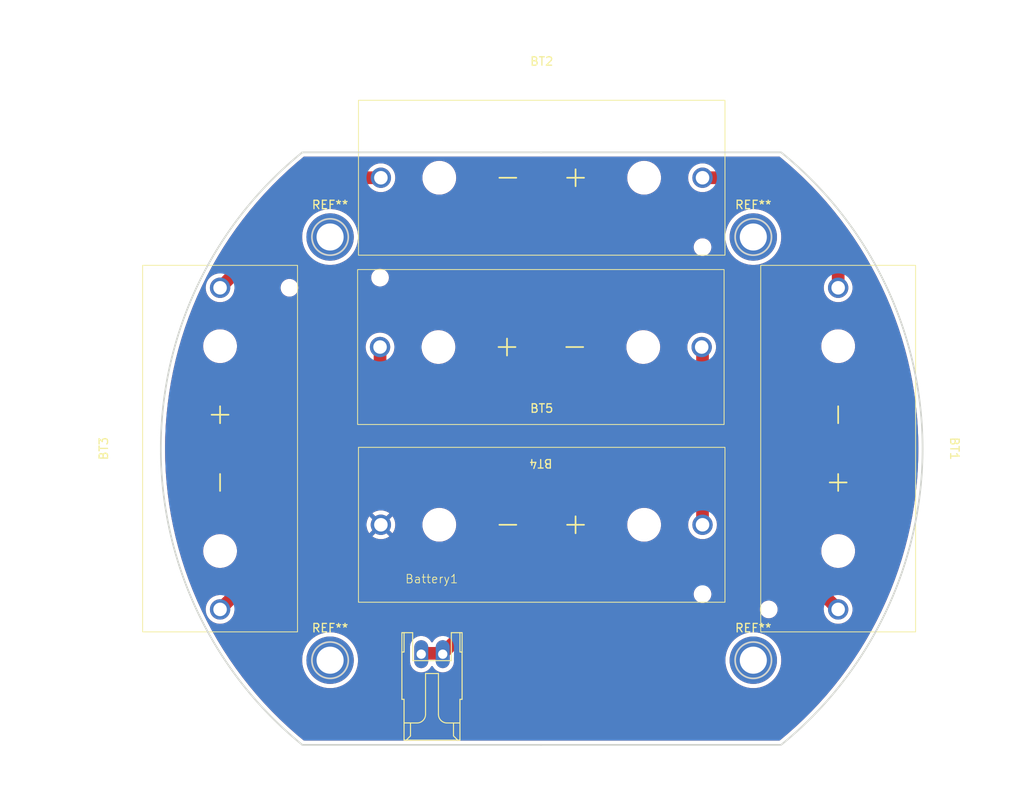
<source format=kicad_pcb>
(kicad_pcb (version 20241229) (generator "pcbnew") (generator_version "9.0")
  (layers (0 "F.Cu" signal) (2 "B.Cu" signal) (13 "F.Paste" user) (15 "B.Paste" user) (5 "F.SilkS" user "F.Silkscreen") (7 "B.SilkS" user "B.Silkscreen") (1 "F.Mask" user) (3 "B.Mask" user) (25 "Edge.Cuts" user))
  (net 0 "")
  (net 1 "Net-(BT1-+)")
  (net 2 "Net-(BT2--)")
  (net 3 "Net-(BT4--)")
  (net 4 "GND")
  (net 5 "Net-(BT1--)")
  (net 6 "Net-(BT3--)")
  (footprint "MountingHole:MountingHole_3.2mm_M3_DIN965_Pad_TopBottom" (layer "F.Cu") (at 125 125)
    (property "Reference" "REF**" (at 0 -3.8 0) (layer "F.SilkS"))
    (property "Value" "MountingHole_3.2mm_M3_DIN965_Pad_TopBottom")
    (pad "1" thru_hole circle (at 0 0) (size 3.6 3.6) (drill 3.2) (layers "*.Cu" "*.Mask"))
    (pad "1" connect circle (at 0 0) (size 5.6 5.6) (layers "F.Cu" "F.Mask"))
    (pad "1" connect circle (at 0 0) (size 5.6 5.6) (layers "B.Cu" "B.Mask"))
  )
  (footprint "TSRP_Battery:BHC-CR123A" (layer "F.Cu") (at 150 77)
    (property "Reference" "BT2" (at 0 -22.75 0) (layer "F.SilkS"))
    (property "Value" "CR123A")
    (fp_line (start -3 -9) (end -5 -9) (stroke (width 0.2)) (layer "F.SilkS"))
    (fp_line (start 3 -9) (end 5 -9) (stroke (width 0.2)) (layer "F.SilkS"))
    (fp_line (start 4 -10) (end 4 -8) (stroke (width 0.2)) (layer "F.SilkS"))
    (fp_rect (start -21.65 -18.15) (end 21.65 0.15) (stroke (width 0.1)) (fill no) (layer "F.SilkS"))
    (pad "" np_thru_hole circle (at -12.1 -9) (size 3.5 3.5) (drill 3.5) (layers "*.Cu" "*.Mask"))
    (pad "" np_thru_hole circle (at 12.1 -9) (size 3.5 3.5) (drill 3.5) (layers "*.Cu" "*.Mask"))
    (pad "" np_thru_hole circle (at 19 -0.8) (size 1.6 1.6) (drill 1.6) (layers "*.Cu" "*.Mask"))
    (pad "1" thru_hole circle (at 19 -9) (size 2.4 2.4) (drill 1.6) (layers "*.Cu" "*.Mask") (net 5 "Net-(BT1--)"))
    (pad "2" thru_hole circle (at -19 -9) (size 2.4 2.4) (drill 1.6) (layers "*.Cu" "*.Mask") (net 2 "Net-(BT2--)"))
  )
  (footprint "TSRP_Battery:BHC-CR123A" (layer "F.Cu") (at 121 100 90)
    (property "Reference" "BT3" (at 0 -22.75 90) (layer "F.SilkS"))
    (property "Value" "CR123A")
    (fp_line (start 4 -10) (end 4 -8) (stroke (width 0.2)) (layer "F.SilkS"))
    (fp_line (start 3 -9) (end 5 -9) (stroke (width 0.2)) (layer "F.SilkS"))
    (fp_line (start -3 -9) (end -5 -9) (stroke (width 0.2)) (layer "F.SilkS"))
    (fp_rect (start -21.65 -18.15) (end 21.65 0.15) (stroke (width 0.1)) (fill no) (layer "F.SilkS"))
    (pad "" np_thru_hole circle (at -12.1 -9 90) (size 3.5 3.5) (drill 3.5) (layers "*.Cu" "*.Mask"))
    (pad "" np_thru_hole circle (at 12.1 -9 90) (size 3.5 3.5) (drill 3.5) (layers "*.Cu" "*.Mask"))
    (pad "" np_thru_hole circle (at 19 -0.8 90) (size 1.6 1.6) (drill 1.6) (layers "*.Cu" "*.Mask"))
    (pad "1" thru_hole circle (at 19 -9 90) (size 2.4 2.4) (drill 1.6) (layers "*.Cu" "*.Mask") (net 2 "Net-(BT2--)"))
    (pad "2" thru_hole circle (at -19 -9 90) (size 2.4 2.4) (drill 1.6) (layers "*.Cu" "*.Mask") (net 6 "Net-(BT3--)"))
  )
  (footprint "TSRP_Connector_Hirose:DF1B-2S-2.5R" (layer "F.Cu") (at 137 125)
    (property "Reference" "Battery1" (at 0 -9.6 0) (layer "F.SilkS") (effects (font (thickness 0.1))))
    (property "Value" "Conn_01x02")
    (fp_line (start -3.518 -3.252) (end -3.518 -0.966) (stroke (width 0.127)) (layer "F.SilkS"))
    (fp_line (start -3.518 -0.966) (end -3.518 4.622) (stroke (width 0.127)) (layer "F.SilkS"))
    (fp_line (start -3.518 -0.966) (end -3.264 -0.966) (stroke (width 0.127)) (layer "F.SilkS"))
    (fp_line (start -3.518 4.622) (end -3.264 4.622) (stroke (width 0.127)) (layer "F.SilkS"))
    (fp_line (start -3.264 -3.252) (end -3.518 -3.252) (stroke (width 0.127)) (layer "F.SilkS"))
    (fp_line (start -3.264 -0.966) (end -3.264 -3.252) (stroke (width 0.127)) (layer "F.SilkS"))
    (fp_line (start -3.264 4.622) (end -3.264 7.416) (stroke (width 0.127)) (layer "F.SilkS"))
    (fp_line (start -3.264 7.416) (end -3.264 9.448) (stroke (width 0.127)) (layer "F.SilkS"))
    (fp_line (start -3.264 7.416) (end -1.74 7.416) (stroke (width 0.127)) (layer "F.SilkS"))
    (fp_line (start -3.264 9.448) (end -3.01 9.448) (stroke (width 0.127)) (layer "F.SilkS"))
    (fp_line (start -3.01 9.448) (end -2.502 8.94) (stroke (width 0.127)) (layer "F.SilkS"))
    (fp_line (start -3.01 9.448) (end -2.502 9.448) (stroke (width 0.127)) (layer "F.SilkS"))
    (fp_line (start -2.502 7.416) (end -3.264 7.416) (stroke (width 0.127)) (layer "F.SilkS"))
    (fp_line (start -2.502 8.94) (end -2.502 7.416) (stroke (width 0.127)) (layer "F.SilkS"))
    (fp_line (start -2.502 9.448) (end 2.578 9.448) (stroke (width 0.127)) (layer "F.SilkS"))
    (fp_line (start -2.248 -3.252) (end -3.264 -3.252) (stroke (width 0.127)) (layer "F.SilkS"))
    (fp_line (start -2.248 -3.252) (end -2.248 0.05) (stroke (width 0.127)) (layer "F.SilkS"))
    (fp_line (start -2.248 0.05) (end 2.324 0.05) (stroke (width 0.127)) (layer "F.SilkS"))
    (fp_line (start -0.724 1.574) (end 0.8 1.574) (stroke (width 0.127)) (layer "F.SilkS"))
    (fp_line (start -0.724 6.4) (end -0.724 1.574) (stroke (width 0.127)) (layer "F.SilkS"))
    (fp_line (start 0.8 1.574) (end 0.8 6.4) (stroke (width 0.127)) (layer "F.SilkS"))
    (fp_line (start 1.816 7.416) (end 2.578 7.416) (stroke (width 0.127)) (layer "F.SilkS"))
    (fp_line (start 2.324 -3.252) (end 3.34 -3.252) (stroke (width 0.127)) (layer "F.SilkS"))
    (fp_line (start 2.324 0.05) (end 2.324 -3.252) (stroke (width 0.127)) (layer "F.SilkS"))
    (fp_line (start 2.578 7.416) (end 3.34 7.416) (stroke (width 0.127)) (layer "F.SilkS"))
    (fp_line (start 2.578 8.94) (end 2.578 7.416) (stroke (width 0.127)) (layer "F.SilkS"))
    (fp_line (start 2.578 9.448) (end 3.086 9.448) (stroke (width 0.127)) (layer "F.SilkS"))
    (fp_line (start 3.086 9.448) (end 2.578 8.94) (stroke (width 0.127)) (layer "F.SilkS"))
    (fp_line (start 3.34 -3.252) (end 3.594 -3.252) (stroke (width 0.127)) (layer "F.SilkS"))
    (fp_line (start 3.34 -0.966) (end 3.34 -3.252) (stroke (width 0.127)) (layer "F.SilkS"))
    (fp_line (start 3.34 4.622) (end 3.594 4.622) (stroke (width 0.127)) (layer "F.SilkS"))
    (fp_line (start 3.34 7.416) (end 3.34 4.622) (stroke (width 0.127)) (layer "F.SilkS"))
    (fp_line (start 3.34 9.448) (end 3.086 9.448) (stroke (width 0.127)) (layer "F.SilkS"))
    (fp_line (start 3.34 9.448) (end 3.34 7.416) (stroke (width 0.127)) (layer "F.SilkS"))
    (fp_line (start 3.594 -0.966) (end 3.34 -0.966) (stroke (width 0.127)) (layer "F.SilkS"))
    (fp_line (start 3.594 -0.966) (end 3.594 -3.252) (stroke (width 0.127)) (layer "F.SilkS"))
    (fp_line (start 3.594 4.622) (end 3.594 -0.966) (stroke (width 0.127)) (layer "F.SilkS"))
    (fp_arc (start -0.724 6.4) (mid -1.02158 7.11842) (end -1.74 7.416) (stroke (width 0.127)) (layer "F.SilkS"))
    (fp_arc (start 1.816 7.416) (mid 1.09758 7.11842) (end 0.8 6.4) (stroke (width 0.127)) (layer "F.SilkS"))
    (pad "1" thru_hole oval (at -1.232 -0.712 90) (size 3.3 1.65) (drill 1.1) (layers "*.Cu" "*.Mask") (net 1 "Net-(BT1-+)"))
    (pad "2" thru_hole oval (at 1.308 -0.712 90) (size 3.3 1.65) (drill 1.1) (layers "*.Cu" "*.Mask") (net 1 "Net-(BT1-+)"))
  )
  (footprint "TSRP_Battery:BHC-CR123A" (layer "F.Cu") (at 149.9 79 180)
    (property "Reference" "BT4" (at 0 -22.75 180) (layer "F.SilkS"))
    (property "Value" "CR123A")
    (fp_line (start 4 -10) (end 4 -8) (stroke (width 0.2)) (layer "F.SilkS"))
    (fp_line (start 3 -9) (end 5 -9) (stroke (width 0.2)) (layer "F.SilkS"))
    (fp_line (start -3 -9) (end -5 -9) (stroke (width 0.2)) (layer "F.SilkS"))
    (fp_rect (start -21.65 -18.15) (end 21.65 0.15) (stroke (width 0.1)) (fill no) (layer "F.SilkS"))
    (pad "" np_thru_hole circle (at -12.1 -9 180) (size 3.5 3.5) (drill 3.5) (layers "*.Cu" "*.Mask"))
    (pad "" np_thru_hole circle (at 12.1 -9 180) (size 3.5 3.5) (drill 3.5) (layers "*.Cu" "*.Mask"))
    (pad "" np_thru_hole circle (at 19 -0.8 180) (size 1.6 1.6) (drill 1.6) (layers "*.Cu" "*.Mask"))
    (pad "1" thru_hole circle (at 19 -9 180) (size 2.4 2.4) (drill 1.6) (layers "*.Cu" "*.Mask") (net 6 "Net-(BT3--)"))
    (pad "2" thru_hole circle (at -19 -9 180) (size 2.4 2.4) (drill 1.6) (layers "*.Cu" "*.Mask") (net 3 "Net-(BT4--)"))
  )
  (footprint "TSRP_Battery:BHC-CR123A" (layer "F.Cu") (at 150 118)
    (property "Reference" "BT5" (at 0 -22.75 0) (layer "F.SilkS"))
    (property "Value" "CR123A")
    (fp_line (start -3 -9) (end -5 -9) (stroke (width 0.2)) (layer "F.SilkS"))
    (fp_line (start 3 -9) (end 5 -9) (stroke (width 0.2)) (layer "F.SilkS"))
    (fp_line (start 4 -10) (end 4 -8) (stroke (width 0.2)) (layer "F.SilkS"))
    (fp_rect (start -21.65 -18.15) (end 21.65 0.15) (stroke (width 0.1)) (fill no) (layer "F.SilkS"))
    (pad "" np_thru_hole circle (at -12.1 -9) (size 3.5 3.5) (drill 3.5) (layers "*.Cu" "*.Mask"))
    (pad "" np_thru_hole circle (at 12.1 -9) (size 3.5 3.5) (drill 3.5) (layers "*.Cu" "*.Mask"))
    (pad "" np_thru_hole circle (at 19 -0.8) (size 1.6 1.6) (drill 1.6) (layers "*.Cu" "*.Mask"))
    (pad "1" thru_hole circle (at 19 -9) (size 2.4 2.4) (drill 1.6) (layers "*.Cu" "*.Mask") (net 3 "Net-(BT4--)"))
    (pad "2" thru_hole circle (at -19 -9) (size 2.4 2.4) (drill 1.6) (layers "*.Cu" "*.Mask") (net 4 "GND"))
  )
  (footprint "MountingHole:MountingHole_3.2mm_M3_DIN965_Pad_TopBottom" (layer "F.Cu") (at 175 125)
    (property "Reference" "REF**" (at 0 -3.8 0) (layer "F.SilkS"))
    (property "Value" "MountingHole_3.2mm_M3_DIN965_Pad_TopBottom")
    (pad "1" thru_hole circle (at 0 0) (size 3.6 3.6) (drill 3.2) (layers "*.Cu" "*.Mask") (net 1 "Net-(BT1-+)"))
    (pad "1" connect circle (at 0 0) (size 5.6 5.6) (layers "F.Cu" "F.Mask") (net 1 "Net-(BT1-+)"))
    (pad "1" connect circle (at 0 0) (size 5.6 5.6) (layers "B.Cu" "B.Mask") (net 1 "Net-(BT1-+)"))
  )
  (footprint "MountingHole:MountingHole_3.2mm_M3_DIN965_Pad_TopBottom" (layer "F.Cu") (at 175 75)
    (property "Reference" "REF**" (at 0 -3.8 0) (layer "F.SilkS"))
    (property "Value" "MountingHole_3.2mm_M3_DIN965_Pad_TopBottom")
    (pad "1" thru_hole circle (at 0 0) (size 3.6 3.6) (drill 3.2) (layers "*.Cu" "*.Mask"))
    (pad "1" connect circle (at 0 0) (size 5.6 5.6) (layers "F.Cu" "F.Mask"))
    (pad "1" connect circle (at 0 0) (size 5.6 5.6) (layers "B.Cu" "B.Mask"))
  )
  (footprint "TSRP_Battery:BHC-CR123A" (layer "F.Cu") (at 176.025 100 -90)
    (property "Reference" "BT1" (at 0 -22.75 270) (layer "F.SilkS"))
    (property "Value" "CR123A")
    (fp_line (start -3 -9) (end -5 -9) (stroke (width 0.2)) (layer "F.SilkS"))
    (fp_line (start 3 -9) (end 5 -9) (stroke (width 0.2)) (layer "F.SilkS"))
    (fp_line (start 4 -10) (end 4 -8) (stroke (width 0.2)) (layer "F.SilkS"))
    (fp_rect (start -21.65 -18.15) (end 21.65 0.15) (stroke (width 0.1)) (fill no) (layer "F.SilkS"))
    (pad "" np_thru_hole circle (at -12.1 -9 270) (size 3.5 3.5) (drill 3.5) (layers "*.Cu" "*.Mask"))
    (pad "" np_thru_hole circle (at 12.1 -9 270) (size 3.5 3.5) (drill 3.5) (layers "*.Cu" "*.Mask"))
    (pad "" np_thru_hole circle (at 19 -0.8 270) (size 1.6 1.6) (drill 1.6) (layers "*.Cu" "*.Mask"))
    (pad "1" thru_hole circle (at 19 -9 270) (size 2.4 2.4) (drill 1.6) (layers "*.Cu" "*.Mask") (net 1 "Net-(BT1-+)"))
    (pad "2" thru_hole circle (at -19 -9 270) (size 2.4 2.4) (drill 1.6) (layers "*.Cu" "*.Mask") (net 5 "Net-(BT1--)"))
  )
  (footprint "MountingHole:MountingHole_3.2mm_M3_DIN965_Pad_TopBottom" (layer "F.Cu") (at 125 75)
    (property "Reference" "REF**" (at 0 -3.8 0) (layer "F.SilkS"))
    (property "Value" "MountingHole_3.2mm_M3_DIN965_Pad_TopBottom")
    (pad "1" thru_hole circle (at 0 0) (size 3.6 3.6) (drill 3.2) (layers "*.Cu" "*.Mask"))
    (pad "1" connect circle (at 0 0) (size 5.6 5.6) (layers "F.Cu" "F.Mask"))
    (pad "1" connect circle (at 0 0) (size 5.6 5.6) (layers "B.Cu" "B.Mask"))
  )
  (gr_arc (start 178.28427 64.999998) (mid 195 100) (end 178.284267 135) (stroke (width 0.2)) (layer "Edge.Cuts"))
  (gr_circle (center 125.000001 75) (end 127.150001 75) (stroke (width 0.2)) (fill no) (layer "Edge.Cuts"))
  (gr_line (start 150 65) (end 121.715731 65) (stroke (width 0.2)) (layer "Edge.Cuts"))
  (gr_circle (center 175.000001 74.999999) (end 177.150001 74.999999) (stroke (width 0.2)) (fill no) (layer "Edge.Cuts"))
  (gr_circle (center 175.000001 124.999999) (end 177.150001 124.999999) (stroke (width 0.2)) (fill no) (layer "Edge.Cuts"))
  (gr_line (start 149.857867 135) (end 178.142133 135) (stroke (width 0.2)) (layer "Edge.Cuts"))
  (gr_arc (start 121.715732 135.000001) (mid 105 100) (end 121.715732 64.999999) (stroke (width 0.2)) (layer "Edge.Cuts"))
  (gr_line (start 150 135) (end 121.715731 135) (stroke (width 0.2)) (layer "Edge.Cuts"))
  (gr_line (start 149.857865 65) (end 178.142134 65) (stroke (width 0.2)) (layer "Edge.Cuts"))
  (gr_circle (center 125.000001 125) (end 127.150001 125) (stroke (width 0.2)) (fill no) (layer "Edge.Cuts"))
  (segment (start 181.025 115) (end 147.496 115) (width 1.5) (layer "F.Cu") (net 1))
  (segment (start 185.025 119) (end 181.025 115) (width 1.5) (layer "F.Cu") (net 1))
  (segment (start 138.308 124.188) (end 135.768 124.188) (width 1.5) (layer "F.Cu") (net 1))
  (segment (start 147.496 115) (end 138.308 124.188) (width 1.5) (layer "F.Cu") (net 1))
  (segment (start 112 81) (end 125 68) (width 1.5) (layer "F.Cu") (net 2))
  (segment (start 125 68) (end 131 68) (width 1.5) (layer "F.Cu") (net 2))
  (segment (start 169 88.1) (end 168.9 88) (width 0.2) (layer "F.Cu") (net 3))
  (segment (start 169 109) (end 169 88.1) (width 1.5) (layer "F.Cu") (net 3))
  (segment (start 185.025 81) (end 185.025 77.025) (width 1.5) (layer "F.Cu") (net 5))
  (segment (start 176 68) (end 169 68) (width 1.5) (layer "F.Cu") (net 5))
  (segment (start 185.025 77.025) (end 176 68) (width 1.5) (layer "F.Cu") (net 5))
  (segment (start 112 119) (end 130.9 100.1) (width 1.5) (layer "F.Cu") (net 6))
  (segment (start 130.9 100.1) (end 130.9 88) (width 1.5) (layer "F.Cu") (net 6))
  (zone (net 4) (net_name "GND") (layers "F.Cu" "B.Cu") (connect_pads (clearance 0.5)) (min_thickness 0.25) (fill yes (thermal_gap 0.5) (thermal_bridge_width 0.5))
    (polygon (pts (xy 89 47) (xy 86 140) (xy 207 139) (xy 201 51) (xy 89 48)))
  )
)
</source>
